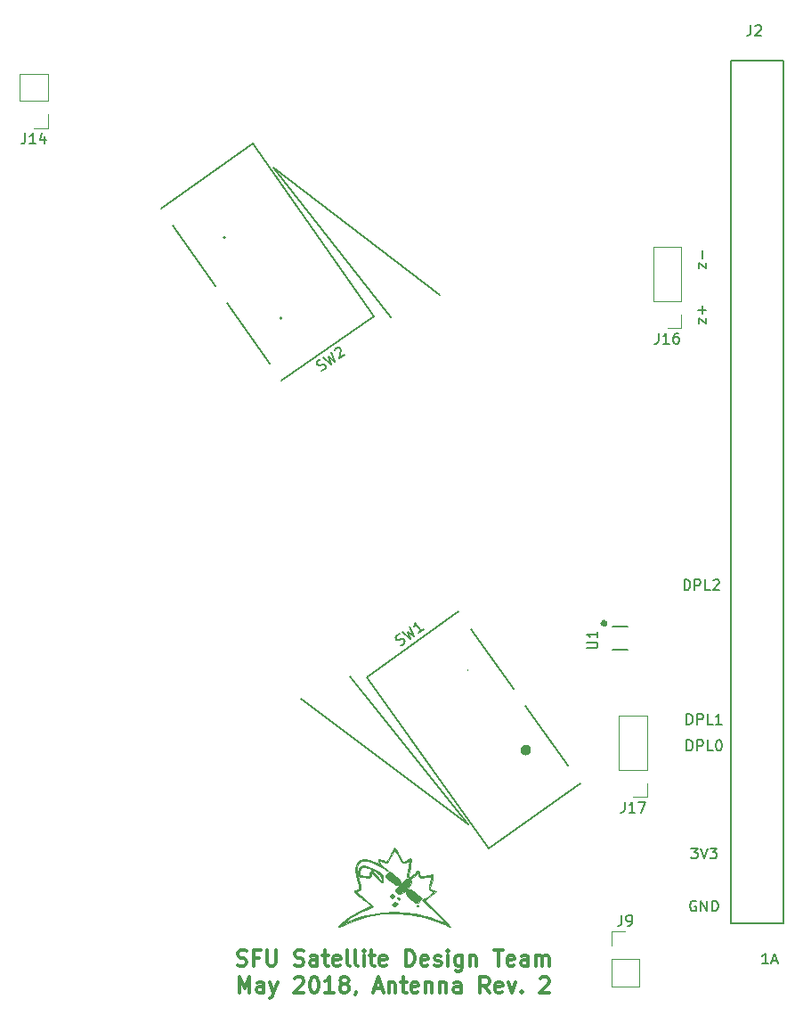
<source format=gbr>
G04 #@! TF.FileFunction,Legend,Top*
%FSLAX46Y46*%
G04 Gerber Fmt 4.6, Leading zero omitted, Abs format (unit mm)*
G04 Created by KiCad (PCBNEW 4.0.7-e2-6376~58~ubuntu16.04.1) date Sun Jun  3 17:29:45 2018*
%MOMM*%
%LPD*%
G01*
G04 APERTURE LIST*
%ADD10C,0.100000*%
%ADD11C,0.150000*%
%ADD12C,0.300000*%
%ADD13C,0.200000*%
%ADD14C,1.000000*%
%ADD15C,0.120000*%
%ADD16C,0.500000*%
%ADD17C,0.010000*%
G04 APERTURE END LIST*
D10*
D11*
X156035714Y-69630952D02*
X156035714Y-69107142D01*
X156702381Y-69630952D01*
X156702381Y-69107142D01*
X156321429Y-68726190D02*
X156321429Y-67964285D01*
X156035714Y-74880952D02*
X156035714Y-74357142D01*
X156702381Y-74880952D01*
X156702381Y-74357142D01*
X156321429Y-73976190D02*
X156321429Y-73214285D01*
X156702381Y-73595237D02*
X155940476Y-73595237D01*
X154607143Y-100202381D02*
X154607143Y-99202381D01*
X154845238Y-99202381D01*
X154988096Y-99250000D01*
X155083334Y-99345238D01*
X155130953Y-99440476D01*
X155178572Y-99630952D01*
X155178572Y-99773810D01*
X155130953Y-99964286D01*
X155083334Y-100059524D01*
X154988096Y-100154762D01*
X154845238Y-100202381D01*
X154607143Y-100202381D01*
X155607143Y-100202381D02*
X155607143Y-99202381D01*
X155988096Y-99202381D01*
X156083334Y-99250000D01*
X156130953Y-99297619D01*
X156178572Y-99392857D01*
X156178572Y-99535714D01*
X156130953Y-99630952D01*
X156083334Y-99678571D01*
X155988096Y-99726190D01*
X155607143Y-99726190D01*
X157083334Y-100202381D02*
X156607143Y-100202381D01*
X156607143Y-99202381D01*
X157369048Y-99297619D02*
X157416667Y-99250000D01*
X157511905Y-99202381D01*
X157750001Y-99202381D01*
X157845239Y-99250000D01*
X157892858Y-99297619D01*
X157940477Y-99392857D01*
X157940477Y-99488095D01*
X157892858Y-99630952D01*
X157321429Y-100202381D01*
X157940477Y-100202381D01*
X155738096Y-129750000D02*
X155642858Y-129702381D01*
X155500001Y-129702381D01*
X155357143Y-129750000D01*
X155261905Y-129845238D01*
X155214286Y-129940476D01*
X155166667Y-130130952D01*
X155166667Y-130273810D01*
X155214286Y-130464286D01*
X155261905Y-130559524D01*
X155357143Y-130654762D01*
X155500001Y-130702381D01*
X155595239Y-130702381D01*
X155738096Y-130654762D01*
X155785715Y-130607143D01*
X155785715Y-130273810D01*
X155595239Y-130273810D01*
X156214286Y-130702381D02*
X156214286Y-129702381D01*
X156785715Y-130702381D01*
X156785715Y-129702381D01*
X157261905Y-130702381D02*
X157261905Y-129702381D01*
X157500000Y-129702381D01*
X157642858Y-129750000D01*
X157738096Y-129845238D01*
X157785715Y-129940476D01*
X157833334Y-130130952D01*
X157833334Y-130273810D01*
X157785715Y-130464286D01*
X157738096Y-130559524D01*
X157642858Y-130654762D01*
X157500000Y-130702381D01*
X157261905Y-130702381D01*
X155261905Y-124702381D02*
X155880953Y-124702381D01*
X155547619Y-125083333D01*
X155690477Y-125083333D01*
X155785715Y-125130952D01*
X155833334Y-125178571D01*
X155880953Y-125273810D01*
X155880953Y-125511905D01*
X155833334Y-125607143D01*
X155785715Y-125654762D01*
X155690477Y-125702381D01*
X155404762Y-125702381D01*
X155309524Y-125654762D01*
X155261905Y-125607143D01*
X156166667Y-124702381D02*
X156500000Y-125702381D01*
X156833334Y-124702381D01*
X157071429Y-124702381D02*
X157690477Y-124702381D01*
X157357143Y-125083333D01*
X157500001Y-125083333D01*
X157595239Y-125130952D01*
X157642858Y-125178571D01*
X157690477Y-125273810D01*
X157690477Y-125511905D01*
X157642858Y-125607143D01*
X157595239Y-125654762D01*
X157500001Y-125702381D01*
X157214286Y-125702381D01*
X157119048Y-125654762D01*
X157071429Y-125607143D01*
X154857143Y-115452381D02*
X154857143Y-114452381D01*
X155095238Y-114452381D01*
X155238096Y-114500000D01*
X155333334Y-114595238D01*
X155380953Y-114690476D01*
X155428572Y-114880952D01*
X155428572Y-115023810D01*
X155380953Y-115214286D01*
X155333334Y-115309524D01*
X155238096Y-115404762D01*
X155095238Y-115452381D01*
X154857143Y-115452381D01*
X155857143Y-115452381D02*
X155857143Y-114452381D01*
X156238096Y-114452381D01*
X156333334Y-114500000D01*
X156380953Y-114547619D01*
X156428572Y-114642857D01*
X156428572Y-114785714D01*
X156380953Y-114880952D01*
X156333334Y-114928571D01*
X156238096Y-114976190D01*
X155857143Y-114976190D01*
X157333334Y-115452381D02*
X156857143Y-115452381D01*
X156857143Y-114452381D01*
X157857143Y-114452381D02*
X157952382Y-114452381D01*
X158047620Y-114500000D01*
X158095239Y-114547619D01*
X158142858Y-114642857D01*
X158190477Y-114833333D01*
X158190477Y-115071429D01*
X158142858Y-115261905D01*
X158095239Y-115357143D01*
X158047620Y-115404762D01*
X157952382Y-115452381D01*
X157857143Y-115452381D01*
X157761905Y-115404762D01*
X157714286Y-115357143D01*
X157666667Y-115261905D01*
X157619048Y-115071429D01*
X157619048Y-114833333D01*
X157666667Y-114642857D01*
X157714286Y-114547619D01*
X157761905Y-114500000D01*
X157857143Y-114452381D01*
X154857143Y-112952381D02*
X154857143Y-111952381D01*
X155095238Y-111952381D01*
X155238096Y-112000000D01*
X155333334Y-112095238D01*
X155380953Y-112190476D01*
X155428572Y-112380952D01*
X155428572Y-112523810D01*
X155380953Y-112714286D01*
X155333334Y-112809524D01*
X155238096Y-112904762D01*
X155095238Y-112952381D01*
X154857143Y-112952381D01*
X155857143Y-112952381D02*
X155857143Y-111952381D01*
X156238096Y-111952381D01*
X156333334Y-112000000D01*
X156380953Y-112047619D01*
X156428572Y-112142857D01*
X156428572Y-112285714D01*
X156380953Y-112380952D01*
X156333334Y-112428571D01*
X156238096Y-112476190D01*
X155857143Y-112476190D01*
X157333334Y-112952381D02*
X156857143Y-112952381D01*
X156857143Y-111952381D01*
X158190477Y-112952381D02*
X157619048Y-112952381D01*
X157904762Y-112952381D02*
X157904762Y-111952381D01*
X157809524Y-112095238D01*
X157714286Y-112190476D01*
X157619048Y-112238095D01*
D12*
X112142858Y-135832143D02*
X112357144Y-135903571D01*
X112714287Y-135903571D01*
X112857144Y-135832143D01*
X112928573Y-135760714D01*
X113000001Y-135617857D01*
X113000001Y-135475000D01*
X112928573Y-135332143D01*
X112857144Y-135260714D01*
X112714287Y-135189286D01*
X112428573Y-135117857D01*
X112285715Y-135046429D01*
X112214287Y-134975000D01*
X112142858Y-134832143D01*
X112142858Y-134689286D01*
X112214287Y-134546429D01*
X112285715Y-134475000D01*
X112428573Y-134403571D01*
X112785715Y-134403571D01*
X113000001Y-134475000D01*
X114142858Y-135117857D02*
X113642858Y-135117857D01*
X113642858Y-135903571D02*
X113642858Y-134403571D01*
X114357144Y-134403571D01*
X114928572Y-134403571D02*
X114928572Y-135617857D01*
X115000000Y-135760714D01*
X115071429Y-135832143D01*
X115214286Y-135903571D01*
X115500000Y-135903571D01*
X115642858Y-135832143D01*
X115714286Y-135760714D01*
X115785715Y-135617857D01*
X115785715Y-134403571D01*
X117571429Y-135832143D02*
X117785715Y-135903571D01*
X118142858Y-135903571D01*
X118285715Y-135832143D01*
X118357144Y-135760714D01*
X118428572Y-135617857D01*
X118428572Y-135475000D01*
X118357144Y-135332143D01*
X118285715Y-135260714D01*
X118142858Y-135189286D01*
X117857144Y-135117857D01*
X117714286Y-135046429D01*
X117642858Y-134975000D01*
X117571429Y-134832143D01*
X117571429Y-134689286D01*
X117642858Y-134546429D01*
X117714286Y-134475000D01*
X117857144Y-134403571D01*
X118214286Y-134403571D01*
X118428572Y-134475000D01*
X119714286Y-135903571D02*
X119714286Y-135117857D01*
X119642857Y-134975000D01*
X119500000Y-134903571D01*
X119214286Y-134903571D01*
X119071429Y-134975000D01*
X119714286Y-135832143D02*
X119571429Y-135903571D01*
X119214286Y-135903571D01*
X119071429Y-135832143D01*
X119000000Y-135689286D01*
X119000000Y-135546429D01*
X119071429Y-135403571D01*
X119214286Y-135332143D01*
X119571429Y-135332143D01*
X119714286Y-135260714D01*
X120214286Y-134903571D02*
X120785715Y-134903571D01*
X120428572Y-134403571D02*
X120428572Y-135689286D01*
X120500000Y-135832143D01*
X120642858Y-135903571D01*
X120785715Y-135903571D01*
X121857143Y-135832143D02*
X121714286Y-135903571D01*
X121428572Y-135903571D01*
X121285715Y-135832143D01*
X121214286Y-135689286D01*
X121214286Y-135117857D01*
X121285715Y-134975000D01*
X121428572Y-134903571D01*
X121714286Y-134903571D01*
X121857143Y-134975000D01*
X121928572Y-135117857D01*
X121928572Y-135260714D01*
X121214286Y-135403571D01*
X122785715Y-135903571D02*
X122642857Y-135832143D01*
X122571429Y-135689286D01*
X122571429Y-134403571D01*
X123571429Y-135903571D02*
X123428571Y-135832143D01*
X123357143Y-135689286D01*
X123357143Y-134403571D01*
X124142857Y-135903571D02*
X124142857Y-134903571D01*
X124142857Y-134403571D02*
X124071428Y-134475000D01*
X124142857Y-134546429D01*
X124214285Y-134475000D01*
X124142857Y-134403571D01*
X124142857Y-134546429D01*
X124642857Y-134903571D02*
X125214286Y-134903571D01*
X124857143Y-134403571D02*
X124857143Y-135689286D01*
X124928571Y-135832143D01*
X125071429Y-135903571D01*
X125214286Y-135903571D01*
X126285714Y-135832143D02*
X126142857Y-135903571D01*
X125857143Y-135903571D01*
X125714286Y-135832143D01*
X125642857Y-135689286D01*
X125642857Y-135117857D01*
X125714286Y-134975000D01*
X125857143Y-134903571D01*
X126142857Y-134903571D01*
X126285714Y-134975000D01*
X126357143Y-135117857D01*
X126357143Y-135260714D01*
X125642857Y-135403571D01*
X128142857Y-135903571D02*
X128142857Y-134403571D01*
X128500000Y-134403571D01*
X128714285Y-134475000D01*
X128857143Y-134617857D01*
X128928571Y-134760714D01*
X129000000Y-135046429D01*
X129000000Y-135260714D01*
X128928571Y-135546429D01*
X128857143Y-135689286D01*
X128714285Y-135832143D01*
X128500000Y-135903571D01*
X128142857Y-135903571D01*
X130214285Y-135832143D02*
X130071428Y-135903571D01*
X129785714Y-135903571D01*
X129642857Y-135832143D01*
X129571428Y-135689286D01*
X129571428Y-135117857D01*
X129642857Y-134975000D01*
X129785714Y-134903571D01*
X130071428Y-134903571D01*
X130214285Y-134975000D01*
X130285714Y-135117857D01*
X130285714Y-135260714D01*
X129571428Y-135403571D01*
X130857142Y-135832143D02*
X130999999Y-135903571D01*
X131285714Y-135903571D01*
X131428571Y-135832143D01*
X131499999Y-135689286D01*
X131499999Y-135617857D01*
X131428571Y-135475000D01*
X131285714Y-135403571D01*
X131071428Y-135403571D01*
X130928571Y-135332143D01*
X130857142Y-135189286D01*
X130857142Y-135117857D01*
X130928571Y-134975000D01*
X131071428Y-134903571D01*
X131285714Y-134903571D01*
X131428571Y-134975000D01*
X132142857Y-135903571D02*
X132142857Y-134903571D01*
X132142857Y-134403571D02*
X132071428Y-134475000D01*
X132142857Y-134546429D01*
X132214285Y-134475000D01*
X132142857Y-134403571D01*
X132142857Y-134546429D01*
X133500000Y-134903571D02*
X133500000Y-136117857D01*
X133428571Y-136260714D01*
X133357143Y-136332143D01*
X133214286Y-136403571D01*
X133000000Y-136403571D01*
X132857143Y-136332143D01*
X133500000Y-135832143D02*
X133357143Y-135903571D01*
X133071429Y-135903571D01*
X132928571Y-135832143D01*
X132857143Y-135760714D01*
X132785714Y-135617857D01*
X132785714Y-135189286D01*
X132857143Y-135046429D01*
X132928571Y-134975000D01*
X133071429Y-134903571D01*
X133357143Y-134903571D01*
X133500000Y-134975000D01*
X134214286Y-134903571D02*
X134214286Y-135903571D01*
X134214286Y-135046429D02*
X134285714Y-134975000D01*
X134428572Y-134903571D01*
X134642857Y-134903571D01*
X134785714Y-134975000D01*
X134857143Y-135117857D01*
X134857143Y-135903571D01*
X136500000Y-134403571D02*
X137357143Y-134403571D01*
X136928572Y-135903571D02*
X136928572Y-134403571D01*
X138428571Y-135832143D02*
X138285714Y-135903571D01*
X138000000Y-135903571D01*
X137857143Y-135832143D01*
X137785714Y-135689286D01*
X137785714Y-135117857D01*
X137857143Y-134975000D01*
X138000000Y-134903571D01*
X138285714Y-134903571D01*
X138428571Y-134975000D01*
X138500000Y-135117857D01*
X138500000Y-135260714D01*
X137785714Y-135403571D01*
X139785714Y-135903571D02*
X139785714Y-135117857D01*
X139714285Y-134975000D01*
X139571428Y-134903571D01*
X139285714Y-134903571D01*
X139142857Y-134975000D01*
X139785714Y-135832143D02*
X139642857Y-135903571D01*
X139285714Y-135903571D01*
X139142857Y-135832143D01*
X139071428Y-135689286D01*
X139071428Y-135546429D01*
X139142857Y-135403571D01*
X139285714Y-135332143D01*
X139642857Y-135332143D01*
X139785714Y-135260714D01*
X140500000Y-135903571D02*
X140500000Y-134903571D01*
X140500000Y-135046429D02*
X140571428Y-134975000D01*
X140714286Y-134903571D01*
X140928571Y-134903571D01*
X141071428Y-134975000D01*
X141142857Y-135117857D01*
X141142857Y-135903571D01*
X141142857Y-135117857D02*
X141214286Y-134975000D01*
X141357143Y-134903571D01*
X141571428Y-134903571D01*
X141714286Y-134975000D01*
X141785714Y-135117857D01*
X141785714Y-135903571D01*
X112285716Y-138453571D02*
X112285716Y-136953571D01*
X112785716Y-138025000D01*
X113285716Y-136953571D01*
X113285716Y-138453571D01*
X114642859Y-138453571D02*
X114642859Y-137667857D01*
X114571430Y-137525000D01*
X114428573Y-137453571D01*
X114142859Y-137453571D01*
X114000002Y-137525000D01*
X114642859Y-138382143D02*
X114500002Y-138453571D01*
X114142859Y-138453571D01*
X114000002Y-138382143D01*
X113928573Y-138239286D01*
X113928573Y-138096429D01*
X114000002Y-137953571D01*
X114142859Y-137882143D01*
X114500002Y-137882143D01*
X114642859Y-137810714D01*
X115214288Y-137453571D02*
X115571431Y-138453571D01*
X115928573Y-137453571D02*
X115571431Y-138453571D01*
X115428573Y-138810714D01*
X115357145Y-138882143D01*
X115214288Y-138953571D01*
X117571430Y-137096429D02*
X117642859Y-137025000D01*
X117785716Y-136953571D01*
X118142859Y-136953571D01*
X118285716Y-137025000D01*
X118357145Y-137096429D01*
X118428573Y-137239286D01*
X118428573Y-137382143D01*
X118357145Y-137596429D01*
X117500002Y-138453571D01*
X118428573Y-138453571D01*
X119357144Y-136953571D02*
X119500001Y-136953571D01*
X119642858Y-137025000D01*
X119714287Y-137096429D01*
X119785716Y-137239286D01*
X119857144Y-137525000D01*
X119857144Y-137882143D01*
X119785716Y-138167857D01*
X119714287Y-138310714D01*
X119642858Y-138382143D01*
X119500001Y-138453571D01*
X119357144Y-138453571D01*
X119214287Y-138382143D01*
X119142858Y-138310714D01*
X119071430Y-138167857D01*
X119000001Y-137882143D01*
X119000001Y-137525000D01*
X119071430Y-137239286D01*
X119142858Y-137096429D01*
X119214287Y-137025000D01*
X119357144Y-136953571D01*
X121285715Y-138453571D02*
X120428572Y-138453571D01*
X120857144Y-138453571D02*
X120857144Y-136953571D01*
X120714287Y-137167857D01*
X120571429Y-137310714D01*
X120428572Y-137382143D01*
X122142858Y-137596429D02*
X122000000Y-137525000D01*
X121928572Y-137453571D01*
X121857143Y-137310714D01*
X121857143Y-137239286D01*
X121928572Y-137096429D01*
X122000000Y-137025000D01*
X122142858Y-136953571D01*
X122428572Y-136953571D01*
X122571429Y-137025000D01*
X122642858Y-137096429D01*
X122714286Y-137239286D01*
X122714286Y-137310714D01*
X122642858Y-137453571D01*
X122571429Y-137525000D01*
X122428572Y-137596429D01*
X122142858Y-137596429D01*
X122000000Y-137667857D01*
X121928572Y-137739286D01*
X121857143Y-137882143D01*
X121857143Y-138167857D01*
X121928572Y-138310714D01*
X122000000Y-138382143D01*
X122142858Y-138453571D01*
X122428572Y-138453571D01*
X122571429Y-138382143D01*
X122642858Y-138310714D01*
X122714286Y-138167857D01*
X122714286Y-137882143D01*
X122642858Y-137739286D01*
X122571429Y-137667857D01*
X122428572Y-137596429D01*
X123428571Y-138382143D02*
X123428571Y-138453571D01*
X123357143Y-138596429D01*
X123285714Y-138667857D01*
X125142857Y-138025000D02*
X125857143Y-138025000D01*
X125000000Y-138453571D02*
X125500000Y-136953571D01*
X126000000Y-138453571D01*
X126500000Y-137453571D02*
X126500000Y-138453571D01*
X126500000Y-137596429D02*
X126571428Y-137525000D01*
X126714286Y-137453571D01*
X126928571Y-137453571D01*
X127071428Y-137525000D01*
X127142857Y-137667857D01*
X127142857Y-138453571D01*
X127642857Y-137453571D02*
X128214286Y-137453571D01*
X127857143Y-136953571D02*
X127857143Y-138239286D01*
X127928571Y-138382143D01*
X128071429Y-138453571D01*
X128214286Y-138453571D01*
X129285714Y-138382143D02*
X129142857Y-138453571D01*
X128857143Y-138453571D01*
X128714286Y-138382143D01*
X128642857Y-138239286D01*
X128642857Y-137667857D01*
X128714286Y-137525000D01*
X128857143Y-137453571D01*
X129142857Y-137453571D01*
X129285714Y-137525000D01*
X129357143Y-137667857D01*
X129357143Y-137810714D01*
X128642857Y-137953571D01*
X130000000Y-137453571D02*
X130000000Y-138453571D01*
X130000000Y-137596429D02*
X130071428Y-137525000D01*
X130214286Y-137453571D01*
X130428571Y-137453571D01*
X130571428Y-137525000D01*
X130642857Y-137667857D01*
X130642857Y-138453571D01*
X131357143Y-137453571D02*
X131357143Y-138453571D01*
X131357143Y-137596429D02*
X131428571Y-137525000D01*
X131571429Y-137453571D01*
X131785714Y-137453571D01*
X131928571Y-137525000D01*
X132000000Y-137667857D01*
X132000000Y-138453571D01*
X133357143Y-138453571D02*
X133357143Y-137667857D01*
X133285714Y-137525000D01*
X133142857Y-137453571D01*
X132857143Y-137453571D01*
X132714286Y-137525000D01*
X133357143Y-138382143D02*
X133214286Y-138453571D01*
X132857143Y-138453571D01*
X132714286Y-138382143D01*
X132642857Y-138239286D01*
X132642857Y-138096429D01*
X132714286Y-137953571D01*
X132857143Y-137882143D01*
X133214286Y-137882143D01*
X133357143Y-137810714D01*
X136071429Y-138453571D02*
X135571429Y-137739286D01*
X135214286Y-138453571D02*
X135214286Y-136953571D01*
X135785714Y-136953571D01*
X135928572Y-137025000D01*
X136000000Y-137096429D01*
X136071429Y-137239286D01*
X136071429Y-137453571D01*
X136000000Y-137596429D01*
X135928572Y-137667857D01*
X135785714Y-137739286D01*
X135214286Y-137739286D01*
X137285714Y-138382143D02*
X137142857Y-138453571D01*
X136857143Y-138453571D01*
X136714286Y-138382143D01*
X136642857Y-138239286D01*
X136642857Y-137667857D01*
X136714286Y-137525000D01*
X136857143Y-137453571D01*
X137142857Y-137453571D01*
X137285714Y-137525000D01*
X137357143Y-137667857D01*
X137357143Y-137810714D01*
X136642857Y-137953571D01*
X137857143Y-137453571D02*
X138214286Y-138453571D01*
X138571428Y-137453571D01*
X139142857Y-138310714D02*
X139214285Y-138382143D01*
X139142857Y-138453571D01*
X139071428Y-138382143D01*
X139142857Y-138310714D01*
X139142857Y-138453571D01*
X140928571Y-137096429D02*
X141000000Y-137025000D01*
X141142857Y-136953571D01*
X141500000Y-136953571D01*
X141642857Y-137025000D01*
X141714286Y-137096429D01*
X141785714Y-137239286D01*
X141785714Y-137382143D01*
X141714286Y-137596429D01*
X140857143Y-138453571D01*
X141785714Y-138453571D01*
D11*
X162607143Y-135702381D02*
X162035714Y-135702381D01*
X162321428Y-135702381D02*
X162321428Y-134702381D01*
X162226190Y-134845238D01*
X162130952Y-134940476D01*
X162035714Y-134988095D01*
X162988095Y-135416667D02*
X163464286Y-135416667D01*
X162892857Y-135702381D02*
X163226190Y-134702381D01*
X163559524Y-135702381D01*
D13*
X116330000Y-74380000D02*
G75*
G03X116330000Y-74380000I-80000J0D01*
G01*
X110950000Y-66700000D02*
G75*
G03X110950000Y-66700000I-90000J0D01*
G01*
X134050000Y-107790000D02*
G75*
G03X134050000Y-107790000I-40000J0D01*
G01*
D14*
X139540000Y-115400000D02*
G75*
G03X139540000Y-115400000I-10000J0D01*
G01*
D11*
X159030000Y-131840000D02*
X164030000Y-131840000D01*
X159030000Y-49900000D02*
X159030000Y-131840000D01*
X164030000Y-49900000D02*
X164030000Y-131840000D01*
X159030000Y-49900000D02*
X164030000Y-49900000D01*
D15*
X154330000Y-72730000D02*
X154330000Y-67590000D01*
X154330000Y-67590000D02*
X151670000Y-67590000D01*
X151670000Y-67590000D02*
X151670000Y-72730000D01*
X151670000Y-72730000D02*
X154330000Y-72730000D01*
X154330000Y-74000000D02*
X154330000Y-75330000D01*
X154330000Y-75330000D02*
X153000000Y-75330000D01*
X151080000Y-117270000D02*
X151080000Y-112130000D01*
X151080000Y-112130000D02*
X148420000Y-112130000D01*
X148420000Y-112130000D02*
X148420000Y-117270000D01*
X148420000Y-117270000D02*
X151080000Y-117270000D01*
X151080000Y-118540000D02*
X151080000Y-119870000D01*
X151080000Y-119870000D02*
X149750000Y-119870000D01*
D16*
X147065803Y-103353000D02*
G75*
G03X147065803Y-103353000I-89803J0D01*
G01*
D11*
X149200000Y-103650000D02*
X147800000Y-103650000D01*
X149200000Y-105850000D02*
X147800000Y-105850000D01*
X115563693Y-60068296D02*
X131376558Y-72190727D01*
X115563693Y-60068296D02*
X126707221Y-74239457D01*
X113597219Y-57782913D02*
X125068747Y-74165954D01*
X116303820Y-80303222D02*
X125068747Y-74165954D01*
X111141632Y-72930854D02*
X115156668Y-78664918D01*
X105979445Y-65558485D02*
X109994480Y-71292550D01*
X104832292Y-63920181D02*
X113597219Y-57782913D01*
X134043657Y-122477383D02*
X118125608Y-110493406D01*
X134043657Y-122477383D02*
X122776889Y-108404007D01*
X136030001Y-124745519D02*
X124415942Y-108463208D01*
X133126978Y-102249687D02*
X124415942Y-108463208D01*
X138353305Y-109576726D02*
X134288384Y-103877918D01*
X143579631Y-116903766D02*
X139514710Y-111204957D01*
X144741037Y-118531997D02*
X136030001Y-124745519D01*
D15*
X147670000Y-135230000D02*
X147670000Y-137830000D01*
X147670000Y-137830000D02*
X150330000Y-137830000D01*
X150330000Y-137830000D02*
X150330000Y-135230000D01*
X150330000Y-135230000D02*
X147670000Y-135230000D01*
X147670000Y-133960000D02*
X147670000Y-132630000D01*
X147670000Y-132630000D02*
X149000000Y-132630000D01*
X94080000Y-53730000D02*
X94080000Y-51130000D01*
X94080000Y-51130000D02*
X91420000Y-51130000D01*
X91420000Y-51130000D02*
X91420000Y-53730000D01*
X91420000Y-53730000D02*
X94080000Y-53730000D01*
X94080000Y-55000000D02*
X94080000Y-56330000D01*
X94080000Y-56330000D02*
X92750000Y-56330000D01*
D17*
G36*
X127143536Y-124759689D02*
X127261410Y-124945070D01*
X127411358Y-125210617D01*
X127460995Y-125303833D01*
X127617392Y-125596523D01*
X127747378Y-125830473D01*
X127828464Y-125965485D01*
X127839380Y-125980127D01*
X127941113Y-125982612D01*
X128129424Y-125914229D01*
X128209387Y-125874293D01*
X128421217Y-125769287D01*
X128570648Y-125710520D01*
X128595715Y-125706000D01*
X128624059Y-125780781D01*
X128617548Y-125972818D01*
X128596022Y-126129333D01*
X128534795Y-126489116D01*
X128470079Y-126869255D01*
X128452975Y-126969692D01*
X128418074Y-127222330D01*
X128430088Y-127355608D01*
X128496788Y-127414915D01*
X128531048Y-127425708D01*
X128696091Y-127391060D01*
X128898717Y-127236252D01*
X128914246Y-127220349D01*
X129041817Y-127068826D01*
X129081303Y-126981559D01*
X129069007Y-126973425D01*
X129065584Y-126937892D01*
X129147916Y-126878909D01*
X129311432Y-126848791D01*
X129417333Y-126969044D01*
X129454037Y-127211749D01*
X129466237Y-127322450D01*
X129528818Y-127371935D01*
X129683678Y-127372997D01*
X129899834Y-127347882D01*
X130196877Y-127300462D01*
X130453168Y-127244186D01*
X130544271Y-127216473D01*
X130677858Y-127179915D01*
X130720957Y-127234949D01*
X130702782Y-127418909D01*
X130702768Y-127419007D01*
X130654693Y-127665838D01*
X130579452Y-127979889D01*
X130537365Y-128136443D01*
X130413404Y-128577220D01*
X130705398Y-128693683D01*
X130997392Y-128810145D01*
X130501529Y-129223889D01*
X130259511Y-129425246D01*
X130071096Y-129580918D01*
X129971249Y-129662043D01*
X129965349Y-129666523D01*
X130010991Y-129731204D01*
X130161545Y-129895423D01*
X130399765Y-130141456D01*
X130708404Y-130451579D01*
X131070213Y-130808067D01*
X131184543Y-130919457D01*
X131558695Y-131287147D01*
X131884316Y-131614979D01*
X132144201Y-131884975D01*
X132321144Y-132079153D01*
X132397940Y-132179535D01*
X132398989Y-132188566D01*
X132303809Y-132180697D01*
X132123586Y-132105013D01*
X132068796Y-132075986D01*
X131854188Y-131969962D01*
X131540913Y-131830247D01*
X131188627Y-131683222D01*
X131106334Y-131650345D01*
X129824190Y-131232605D01*
X128510311Y-130977200D01*
X127179486Y-130883650D01*
X125846505Y-130951474D01*
X124526157Y-131180191D01*
X123233232Y-131569321D01*
X122356953Y-131934779D01*
X122061458Y-132069528D01*
X121826845Y-132170137D01*
X121693394Y-132219533D01*
X121679620Y-132221861D01*
X121706488Y-132168948D01*
X121832125Y-132034502D01*
X122004667Y-131870510D01*
X122209403Y-131703791D01*
X122394037Y-131703791D01*
X122436773Y-131718656D01*
X122600250Y-131675222D01*
X122849981Y-131582850D01*
X122870723Y-131574416D01*
X123260742Y-131426173D01*
X123695219Y-131277457D01*
X123952000Y-131198160D01*
X124910226Y-130978799D01*
X125959892Y-130839034D01*
X127041500Y-130782181D01*
X128095555Y-130811553D01*
X128989667Y-130917554D01*
X129391485Y-131003378D01*
X129896677Y-131135745D01*
X130451381Y-131298341D01*
X131001736Y-131474848D01*
X131493883Y-131648951D01*
X131780134Y-131762881D01*
X131775652Y-131730353D01*
X131664193Y-131597563D01*
X131461332Y-131381106D01*
X131182644Y-131097575D01*
X130843704Y-130763563D01*
X130826316Y-130746671D01*
X129706698Y-129659692D01*
X129940849Y-129512183D01*
X130156587Y-129360823D01*
X130405384Y-129165609D01*
X130471334Y-129110103D01*
X130767667Y-128855531D01*
X130534834Y-128748842D01*
X130401417Y-128683249D01*
X130331071Y-128612343D01*
X130318924Y-128495948D01*
X130360109Y-128293886D01*
X130442931Y-127990542D01*
X130508370Y-127717049D01*
X130537792Y-127511982D01*
X130528119Y-127427897D01*
X130421388Y-127414466D01*
X130204428Y-127438241D01*
X130007465Y-127476196D01*
X129680276Y-127534404D01*
X129483576Y-127524636D01*
X129389897Y-127439924D01*
X129370667Y-127314666D01*
X129335780Y-127148697D01*
X129228626Y-127130569D01*
X129045466Y-127260600D01*
X128953808Y-127350320D01*
X128772132Y-127521298D01*
X128638452Y-127584295D01*
X128493395Y-127562270D01*
X128447859Y-127545968D01*
X128216266Y-127458551D01*
X128326970Y-126857442D01*
X128388849Y-126528798D01*
X128444934Y-126243544D01*
X128483147Y-126063101D01*
X128483318Y-126062376D01*
X128504766Y-125935983D01*
X128457726Y-125914034D01*
X128303983Y-125984785D01*
X128276685Y-125998876D01*
X128055531Y-126095337D01*
X127888675Y-126104513D01*
X127743371Y-126008238D01*
X127586871Y-125788345D01*
X127446079Y-125538104D01*
X127290036Y-125261188D01*
X127160353Y-125053327D01*
X127079876Y-124950517D01*
X127069896Y-124945437D01*
X127007123Y-125014745D01*
X126893880Y-125199105D01*
X126752975Y-125460913D01*
X126731229Y-125503811D01*
X126579339Y-125782667D01*
X126440803Y-125997115D01*
X126343200Y-126104945D01*
X126336138Y-126108489D01*
X126190231Y-126103911D01*
X125976549Y-126034995D01*
X125933971Y-126015714D01*
X125746017Y-125932324D01*
X125664739Y-125928928D01*
X125645620Y-126009271D01*
X125645334Y-126039989D01*
X125690444Y-126212354D01*
X125841631Y-126387573D01*
X126122680Y-126591417D01*
X126197875Y-126638698D01*
X126374569Y-126761781D01*
X126460159Y-126849575D01*
X126460070Y-126866819D01*
X126374362Y-126845436D01*
X126195728Y-126747569D01*
X126029605Y-126639584D01*
X125525534Y-126334226D01*
X125007360Y-126092940D01*
X124529970Y-125939798D01*
X124362913Y-125908639D01*
X124098484Y-125890132D01*
X123914309Y-125939206D01*
X123745073Y-126061447D01*
X123583083Y-126244126D01*
X123496610Y-126477599D01*
X123465745Y-126694814D01*
X123457422Y-126984537D01*
X123494928Y-127155625D01*
X123517982Y-127181063D01*
X123577643Y-127179233D01*
X123564765Y-127117281D01*
X123565258Y-126964979D01*
X123570677Y-126944921D01*
X123750841Y-126944921D01*
X123756144Y-127159708D01*
X123819807Y-127264046D01*
X123985542Y-127316185D01*
X124036667Y-127325820D01*
X124367341Y-127369577D01*
X124569166Y-127347281D01*
X124672453Y-127250698D01*
X124700946Y-127145333D01*
X124755671Y-126940773D01*
X124810620Y-126837807D01*
X124993304Y-126837807D01*
X125024564Y-126916747D01*
X125146367Y-127087845D01*
X125334822Y-127318443D01*
X125398696Y-127391971D01*
X125609594Y-127625829D01*
X125773698Y-127797019D01*
X125863233Y-127876924D01*
X125871329Y-127878893D01*
X125866405Y-127790758D01*
X125824526Y-127602602D01*
X125811304Y-127553283D01*
X125664522Y-127267421D01*
X125382496Y-127022535D01*
X125174933Y-126898640D01*
X125029521Y-126836740D01*
X124993304Y-126837807D01*
X124810620Y-126837807D01*
X124813777Y-126831893D01*
X124822621Y-126742836D01*
X124688647Y-126646570D01*
X124583658Y-126599060D01*
X124221415Y-126484790D01*
X123968317Y-126495428D01*
X123815120Y-126634813D01*
X123752581Y-126906783D01*
X123750841Y-126944921D01*
X123570677Y-126944921D01*
X123625495Y-126742051D01*
X123646081Y-126689550D01*
X123745804Y-126491648D01*
X123866785Y-126404463D01*
X124077786Y-126383513D01*
X124119428Y-126383333D01*
X124435303Y-126436090D01*
X124836989Y-126582486D01*
X125282814Y-126804710D01*
X125682010Y-127051191D01*
X125849573Y-127200307D01*
X125933513Y-127394327D01*
X125962710Y-127605933D01*
X125966730Y-127852439D01*
X125918941Y-127968778D01*
X125807763Y-127953083D01*
X125621615Y-127803488D01*
X125348915Y-127518128D01*
X125337217Y-127505166D01*
X125113902Y-127260633D01*
X124974778Y-127137210D01*
X124888674Y-127132051D01*
X124824420Y-127242310D01*
X124755030Y-127451989D01*
X124683669Y-127541743D01*
X124523632Y-127546382D01*
X124437530Y-127530103D01*
X124152729Y-127474715D01*
X123855375Y-127425201D01*
X123547084Y-127379507D01*
X123717206Y-127999921D01*
X123794598Y-128322907D01*
X123825902Y-128548864D01*
X123806950Y-128646917D01*
X123804671Y-128647887D01*
X123673016Y-128717158D01*
X123573870Y-128783765D01*
X123523904Y-128838584D01*
X123531425Y-128909383D01*
X123613497Y-129015859D01*
X123787182Y-129177711D01*
X124069542Y-129414637D01*
X124242807Y-129556035D01*
X124547528Y-129811946D01*
X124789628Y-130031335D01*
X124946334Y-130192339D01*
X124994876Y-130273097D01*
X124992777Y-130276026D01*
X124886057Y-130331274D01*
X124664489Y-130426644D01*
X124372000Y-130543401D01*
X124310335Y-130567106D01*
X124007944Y-130699174D01*
X123653504Y-130879086D01*
X123283718Y-131085071D01*
X122935289Y-131295359D01*
X122644917Y-131488180D01*
X122449306Y-131641763D01*
X122394037Y-131703791D01*
X122209403Y-131703791D01*
X122494400Y-131471716D01*
X123068973Y-131079916D01*
X123663331Y-130736101D01*
X124204501Y-130484360D01*
X124488091Y-130366784D01*
X124697015Y-130268117D01*
X124792783Y-130206818D01*
X124795031Y-130201124D01*
X124730827Y-130132506D01*
X124558634Y-129982557D01*
X124304596Y-129773303D01*
X123994857Y-129526768D01*
X123990697Y-129523508D01*
X123614073Y-129222594D01*
X123364547Y-129007355D01*
X123231081Y-128865523D01*
X123202636Y-128784831D01*
X123268175Y-128753013D01*
X123295834Y-128751307D01*
X123444786Y-128701306D01*
X123552483Y-128634202D01*
X123645843Y-128530477D01*
X123660176Y-128383446D01*
X123621591Y-128192395D01*
X123556351Y-127931453D01*
X123470849Y-127590060D01*
X123401792Y-127314667D01*
X123322966Y-126784568D01*
X123372464Y-126360905D01*
X123541821Y-126050302D01*
X123822569Y-125859386D01*
X124206243Y-125794783D01*
X124684375Y-125863118D01*
X125083296Y-125998737D01*
X125579591Y-126202788D01*
X125529912Y-125954394D01*
X125503139Y-125791707D01*
X125528453Y-125724736D01*
X125636823Y-125747720D01*
X125859220Y-125854899D01*
X125914192Y-125882913D01*
X126076716Y-125966278D01*
X126191851Y-126004320D01*
X126285331Y-125977098D01*
X126382891Y-125864667D01*
X126510264Y-125647086D01*
X126693186Y-125304410D01*
X126716054Y-125261500D01*
X126868272Y-124989572D01*
X126994792Y-124787826D01*
X127072276Y-124692930D01*
X127079797Y-124690000D01*
X127143536Y-124759689D01*
X127143536Y-124759689D01*
G37*
X127143536Y-124759689D02*
X127261410Y-124945070D01*
X127411358Y-125210617D01*
X127460995Y-125303833D01*
X127617392Y-125596523D01*
X127747378Y-125830473D01*
X127828464Y-125965485D01*
X127839380Y-125980127D01*
X127941113Y-125982612D01*
X128129424Y-125914229D01*
X128209387Y-125874293D01*
X128421217Y-125769287D01*
X128570648Y-125710520D01*
X128595715Y-125706000D01*
X128624059Y-125780781D01*
X128617548Y-125972818D01*
X128596022Y-126129333D01*
X128534795Y-126489116D01*
X128470079Y-126869255D01*
X128452975Y-126969692D01*
X128418074Y-127222330D01*
X128430088Y-127355608D01*
X128496788Y-127414915D01*
X128531048Y-127425708D01*
X128696091Y-127391060D01*
X128898717Y-127236252D01*
X128914246Y-127220349D01*
X129041817Y-127068826D01*
X129081303Y-126981559D01*
X129069007Y-126973425D01*
X129065584Y-126937892D01*
X129147916Y-126878909D01*
X129311432Y-126848791D01*
X129417333Y-126969044D01*
X129454037Y-127211749D01*
X129466237Y-127322450D01*
X129528818Y-127371935D01*
X129683678Y-127372997D01*
X129899834Y-127347882D01*
X130196877Y-127300462D01*
X130453168Y-127244186D01*
X130544271Y-127216473D01*
X130677858Y-127179915D01*
X130720957Y-127234949D01*
X130702782Y-127418909D01*
X130702768Y-127419007D01*
X130654693Y-127665838D01*
X130579452Y-127979889D01*
X130537365Y-128136443D01*
X130413404Y-128577220D01*
X130705398Y-128693683D01*
X130997392Y-128810145D01*
X130501529Y-129223889D01*
X130259511Y-129425246D01*
X130071096Y-129580918D01*
X129971249Y-129662043D01*
X129965349Y-129666523D01*
X130010991Y-129731204D01*
X130161545Y-129895423D01*
X130399765Y-130141456D01*
X130708404Y-130451579D01*
X131070213Y-130808067D01*
X131184543Y-130919457D01*
X131558695Y-131287147D01*
X131884316Y-131614979D01*
X132144201Y-131884975D01*
X132321144Y-132079153D01*
X132397940Y-132179535D01*
X132398989Y-132188566D01*
X132303809Y-132180697D01*
X132123586Y-132105013D01*
X132068796Y-132075986D01*
X131854188Y-131969962D01*
X131540913Y-131830247D01*
X131188627Y-131683222D01*
X131106334Y-131650345D01*
X129824190Y-131232605D01*
X128510311Y-130977200D01*
X127179486Y-130883650D01*
X125846505Y-130951474D01*
X124526157Y-131180191D01*
X123233232Y-131569321D01*
X122356953Y-131934779D01*
X122061458Y-132069528D01*
X121826845Y-132170137D01*
X121693394Y-132219533D01*
X121679620Y-132221861D01*
X121706488Y-132168948D01*
X121832125Y-132034502D01*
X122004667Y-131870510D01*
X122209403Y-131703791D01*
X122394037Y-131703791D01*
X122436773Y-131718656D01*
X122600250Y-131675222D01*
X122849981Y-131582850D01*
X122870723Y-131574416D01*
X123260742Y-131426173D01*
X123695219Y-131277457D01*
X123952000Y-131198160D01*
X124910226Y-130978799D01*
X125959892Y-130839034D01*
X127041500Y-130782181D01*
X128095555Y-130811553D01*
X128989667Y-130917554D01*
X129391485Y-131003378D01*
X129896677Y-131135745D01*
X130451381Y-131298341D01*
X131001736Y-131474848D01*
X131493883Y-131648951D01*
X131780134Y-131762881D01*
X131775652Y-131730353D01*
X131664193Y-131597563D01*
X131461332Y-131381106D01*
X131182644Y-131097575D01*
X130843704Y-130763563D01*
X130826316Y-130746671D01*
X129706698Y-129659692D01*
X129940849Y-129512183D01*
X130156587Y-129360823D01*
X130405384Y-129165609D01*
X130471334Y-129110103D01*
X130767667Y-128855531D01*
X130534834Y-128748842D01*
X130401417Y-128683249D01*
X130331071Y-128612343D01*
X130318924Y-128495948D01*
X130360109Y-128293886D01*
X130442931Y-127990542D01*
X130508370Y-127717049D01*
X130537792Y-127511982D01*
X130528119Y-127427897D01*
X130421388Y-127414466D01*
X130204428Y-127438241D01*
X130007465Y-127476196D01*
X129680276Y-127534404D01*
X129483576Y-127524636D01*
X129389897Y-127439924D01*
X129370667Y-127314666D01*
X129335780Y-127148697D01*
X129228626Y-127130569D01*
X129045466Y-127260600D01*
X128953808Y-127350320D01*
X128772132Y-127521298D01*
X128638452Y-127584295D01*
X128493395Y-127562270D01*
X128447859Y-127545968D01*
X128216266Y-127458551D01*
X128326970Y-126857442D01*
X128388849Y-126528798D01*
X128444934Y-126243544D01*
X128483147Y-126063101D01*
X128483318Y-126062376D01*
X128504766Y-125935983D01*
X128457726Y-125914034D01*
X128303983Y-125984785D01*
X128276685Y-125998876D01*
X128055531Y-126095337D01*
X127888675Y-126104513D01*
X127743371Y-126008238D01*
X127586871Y-125788345D01*
X127446079Y-125538104D01*
X127290036Y-125261188D01*
X127160353Y-125053327D01*
X127079876Y-124950517D01*
X127069896Y-124945437D01*
X127007123Y-125014745D01*
X126893880Y-125199105D01*
X126752975Y-125460913D01*
X126731229Y-125503811D01*
X126579339Y-125782667D01*
X126440803Y-125997115D01*
X126343200Y-126104945D01*
X126336138Y-126108489D01*
X126190231Y-126103911D01*
X125976549Y-126034995D01*
X125933971Y-126015714D01*
X125746017Y-125932324D01*
X125664739Y-125928928D01*
X125645620Y-126009271D01*
X125645334Y-126039989D01*
X125690444Y-126212354D01*
X125841631Y-126387573D01*
X126122680Y-126591417D01*
X126197875Y-126638698D01*
X126374569Y-126761781D01*
X126460159Y-126849575D01*
X126460070Y-126866819D01*
X126374362Y-126845436D01*
X126195728Y-126747569D01*
X126029605Y-126639584D01*
X125525534Y-126334226D01*
X125007360Y-126092940D01*
X124529970Y-125939798D01*
X124362913Y-125908639D01*
X124098484Y-125890132D01*
X123914309Y-125939206D01*
X123745073Y-126061447D01*
X123583083Y-126244126D01*
X123496610Y-126477599D01*
X123465745Y-126694814D01*
X123457422Y-126984537D01*
X123494928Y-127155625D01*
X123517982Y-127181063D01*
X123577643Y-127179233D01*
X123564765Y-127117281D01*
X123565258Y-126964979D01*
X123570677Y-126944921D01*
X123750841Y-126944921D01*
X123756144Y-127159708D01*
X123819807Y-127264046D01*
X123985542Y-127316185D01*
X124036667Y-127325820D01*
X124367341Y-127369577D01*
X124569166Y-127347281D01*
X124672453Y-127250698D01*
X124700946Y-127145333D01*
X124755671Y-126940773D01*
X124810620Y-126837807D01*
X124993304Y-126837807D01*
X125024564Y-126916747D01*
X125146367Y-127087845D01*
X125334822Y-127318443D01*
X125398696Y-127391971D01*
X125609594Y-127625829D01*
X125773698Y-127797019D01*
X125863233Y-127876924D01*
X125871329Y-127878893D01*
X125866405Y-127790758D01*
X125824526Y-127602602D01*
X125811304Y-127553283D01*
X125664522Y-127267421D01*
X125382496Y-127022535D01*
X125174933Y-126898640D01*
X125029521Y-126836740D01*
X124993304Y-126837807D01*
X124810620Y-126837807D01*
X124813777Y-126831893D01*
X124822621Y-126742836D01*
X124688647Y-126646570D01*
X124583658Y-126599060D01*
X124221415Y-126484790D01*
X123968317Y-126495428D01*
X123815120Y-126634813D01*
X123752581Y-126906783D01*
X123750841Y-126944921D01*
X123570677Y-126944921D01*
X123625495Y-126742051D01*
X123646081Y-126689550D01*
X123745804Y-126491648D01*
X123866785Y-126404463D01*
X124077786Y-126383513D01*
X124119428Y-126383333D01*
X124435303Y-126436090D01*
X124836989Y-126582486D01*
X125282814Y-126804710D01*
X125682010Y-127051191D01*
X125849573Y-127200307D01*
X125933513Y-127394327D01*
X125962710Y-127605933D01*
X125966730Y-127852439D01*
X125918941Y-127968778D01*
X125807763Y-127953083D01*
X125621615Y-127803488D01*
X125348915Y-127518128D01*
X125337217Y-127505166D01*
X125113902Y-127260633D01*
X124974778Y-127137210D01*
X124888674Y-127132051D01*
X124824420Y-127242310D01*
X124755030Y-127451989D01*
X124683669Y-127541743D01*
X124523632Y-127546382D01*
X124437530Y-127530103D01*
X124152729Y-127474715D01*
X123855375Y-127425201D01*
X123547084Y-127379507D01*
X123717206Y-127999921D01*
X123794598Y-128322907D01*
X123825902Y-128548864D01*
X123806950Y-128646917D01*
X123804671Y-128647887D01*
X123673016Y-128717158D01*
X123573870Y-128783765D01*
X123523904Y-128838584D01*
X123531425Y-128909383D01*
X123613497Y-129015859D01*
X123787182Y-129177711D01*
X124069542Y-129414637D01*
X124242807Y-129556035D01*
X124547528Y-129811946D01*
X124789628Y-130031335D01*
X124946334Y-130192339D01*
X124994876Y-130273097D01*
X124992777Y-130276026D01*
X124886057Y-130331274D01*
X124664489Y-130426644D01*
X124372000Y-130543401D01*
X124310335Y-130567106D01*
X124007944Y-130699174D01*
X123653504Y-130879086D01*
X123283718Y-131085071D01*
X122935289Y-131295359D01*
X122644917Y-131488180D01*
X122449306Y-131641763D01*
X122394037Y-131703791D01*
X122209403Y-131703791D01*
X122494400Y-131471716D01*
X123068973Y-131079916D01*
X123663331Y-130736101D01*
X124204501Y-130484360D01*
X124488091Y-130366784D01*
X124697015Y-130268117D01*
X124792783Y-130206818D01*
X124795031Y-130201124D01*
X124730827Y-130132506D01*
X124558634Y-129982557D01*
X124304596Y-129773303D01*
X123994857Y-129526768D01*
X123990697Y-129523508D01*
X123614073Y-129222594D01*
X123364547Y-129007355D01*
X123231081Y-128865523D01*
X123202636Y-128784831D01*
X123268175Y-128753013D01*
X123295834Y-128751307D01*
X123444786Y-128701306D01*
X123552483Y-128634202D01*
X123645843Y-128530477D01*
X123660176Y-128383446D01*
X123621591Y-128192395D01*
X123556351Y-127931453D01*
X123470849Y-127590060D01*
X123401792Y-127314667D01*
X123322966Y-126784568D01*
X123372464Y-126360905D01*
X123541821Y-126050302D01*
X123822569Y-125859386D01*
X124206243Y-125794783D01*
X124684375Y-125863118D01*
X125083296Y-125998737D01*
X125579591Y-126202788D01*
X125529912Y-125954394D01*
X125503139Y-125791707D01*
X125528453Y-125724736D01*
X125636823Y-125747720D01*
X125859220Y-125854899D01*
X125914192Y-125882913D01*
X126076716Y-125966278D01*
X126191851Y-126004320D01*
X126285331Y-125977098D01*
X126382891Y-125864667D01*
X126510264Y-125647086D01*
X126693186Y-125304410D01*
X126716054Y-125261500D01*
X126868272Y-124989572D01*
X126994792Y-124787826D01*
X127072276Y-124692930D01*
X127079797Y-124690000D01*
X127143536Y-124759689D01*
G36*
X127152590Y-129809703D02*
X127251422Y-129902340D01*
X127358940Y-130027860D01*
X127339616Y-130110716D01*
X127227268Y-130198463D01*
X127079657Y-130283346D01*
X126974457Y-130253544D01*
X126901055Y-130184184D01*
X126809408Y-130065893D01*
X126840280Y-129970997D01*
X126925210Y-129888062D01*
X127055136Y-129789027D01*
X127152590Y-129809703D01*
X127152590Y-129809703D01*
G37*
X127152590Y-129809703D02*
X127251422Y-129902340D01*
X127358940Y-130027860D01*
X127339616Y-130110716D01*
X127227268Y-130198463D01*
X127079657Y-130283346D01*
X126974457Y-130253544D01*
X126901055Y-130184184D01*
X126809408Y-130065893D01*
X126840280Y-129970997D01*
X126925210Y-129888062D01*
X127055136Y-129789027D01*
X127152590Y-129809703D01*
G36*
X129368207Y-130173096D02*
X129370667Y-130193333D01*
X129306238Y-130275540D01*
X129286000Y-130278000D01*
X129203794Y-130213571D01*
X129201334Y-130193333D01*
X129265763Y-130111127D01*
X129286000Y-130108667D01*
X129368207Y-130173096D01*
X129368207Y-130173096D01*
G37*
X129368207Y-130173096D02*
X129370667Y-130193333D01*
X129306238Y-130275540D01*
X129286000Y-130278000D01*
X129203794Y-130213571D01*
X129201334Y-130193333D01*
X129265763Y-130111127D01*
X129286000Y-130108667D01*
X129368207Y-130173096D01*
G36*
X126698416Y-127025012D02*
X126890386Y-127154303D01*
X127135287Y-127337249D01*
X127167199Y-127362195D01*
X127437131Y-127589365D01*
X127581707Y-127754122D01*
X127620901Y-127880964D01*
X127615840Y-127912528D01*
X127607648Y-128049365D01*
X127691743Y-128051339D01*
X127871102Y-127917617D01*
X127988684Y-127808111D01*
X128172498Y-127645695D01*
X128303884Y-127590046D01*
X128441975Y-127620547D01*
X128479548Y-127636963D01*
X128652991Y-127788593D01*
X128683741Y-127998233D01*
X128571699Y-128232558D01*
X128481667Y-128330667D01*
X128314469Y-128517293D01*
X128283805Y-128628706D01*
X128390333Y-128655209D01*
X128460500Y-128642547D01*
X128597014Y-128648689D01*
X128772692Y-128738974D01*
X129017335Y-128930996D01*
X129154768Y-129052489D01*
X129658537Y-129507574D01*
X129494382Y-129688963D01*
X129317857Y-129864443D01*
X129169995Y-129937400D01*
X129013091Y-129901955D01*
X128809442Y-129752230D01*
X128589201Y-129547824D01*
X128354766Y-129303417D01*
X128200927Y-129103754D01*
X128150707Y-128979266D01*
X128152720Y-128970869D01*
X128157332Y-128840588D01*
X128066196Y-128809829D01*
X127926040Y-128886607D01*
X127887193Y-128925330D01*
X127682004Y-129061727D01*
X127461046Y-129080573D01*
X127275125Y-128994265D01*
X127175051Y-128815197D01*
X127169334Y-128750189D01*
X127228218Y-128591045D01*
X127336670Y-128459473D01*
X127444763Y-128311920D01*
X127436534Y-128205829D01*
X127322213Y-128185423D01*
X127276556Y-128199540D01*
X127158824Y-128173130D01*
X126955717Y-128067419D01*
X126711442Y-127912115D01*
X126470204Y-127736926D01*
X126276208Y-127571559D01*
X126184184Y-127465421D01*
X126204658Y-127361227D01*
X126308793Y-127207627D01*
X126448428Y-127061501D01*
X126575403Y-126979729D01*
X126598576Y-126976000D01*
X126698416Y-127025012D01*
X126698416Y-127025012D01*
G37*
X126698416Y-127025012D02*
X126890386Y-127154303D01*
X127135287Y-127337249D01*
X127167199Y-127362195D01*
X127437131Y-127589365D01*
X127581707Y-127754122D01*
X127620901Y-127880964D01*
X127615840Y-127912528D01*
X127607648Y-128049365D01*
X127691743Y-128051339D01*
X127871102Y-127917617D01*
X127988684Y-127808111D01*
X128172498Y-127645695D01*
X128303884Y-127590046D01*
X128441975Y-127620547D01*
X128479548Y-127636963D01*
X128652991Y-127788593D01*
X128683741Y-127998233D01*
X128571699Y-128232558D01*
X128481667Y-128330667D01*
X128314469Y-128517293D01*
X128283805Y-128628706D01*
X128390333Y-128655209D01*
X128460500Y-128642547D01*
X128597014Y-128648689D01*
X128772692Y-128738974D01*
X129017335Y-128930996D01*
X129154768Y-129052489D01*
X129658537Y-129507574D01*
X129494382Y-129688963D01*
X129317857Y-129864443D01*
X129169995Y-129937400D01*
X129013091Y-129901955D01*
X128809442Y-129752230D01*
X128589201Y-129547824D01*
X128354766Y-129303417D01*
X128200927Y-129103754D01*
X128150707Y-128979266D01*
X128152720Y-128970869D01*
X128157332Y-128840588D01*
X128066196Y-128809829D01*
X127926040Y-128886607D01*
X127887193Y-128925330D01*
X127682004Y-129061727D01*
X127461046Y-129080573D01*
X127275125Y-128994265D01*
X127175051Y-128815197D01*
X127169334Y-128750189D01*
X127228218Y-128591045D01*
X127336670Y-128459473D01*
X127444763Y-128311920D01*
X127436534Y-128205829D01*
X127322213Y-128185423D01*
X127276556Y-128199540D01*
X127158824Y-128173130D01*
X126955717Y-128067419D01*
X126711442Y-127912115D01*
X126470204Y-127736926D01*
X126276208Y-127571559D01*
X126184184Y-127465421D01*
X126204658Y-127361227D01*
X126308793Y-127207627D01*
X126448428Y-127061501D01*
X126575403Y-126979729D01*
X126598576Y-126976000D01*
X126698416Y-127025012D01*
G36*
X127542257Y-129470006D02*
X127518168Y-129584215D01*
X127441752Y-129646641D01*
X127348249Y-129569878D01*
X127290812Y-129448360D01*
X127341933Y-129386981D01*
X127471065Y-129375014D01*
X127542257Y-129470006D01*
X127542257Y-129470006D01*
G37*
X127542257Y-129470006D02*
X127518168Y-129584215D01*
X127441752Y-129646641D01*
X127348249Y-129569878D01*
X127290812Y-129448360D01*
X127341933Y-129386981D01*
X127471065Y-129375014D01*
X127542257Y-129470006D01*
G36*
X126948860Y-129109094D02*
X126989322Y-129150568D01*
X127063214Y-129271268D01*
X126999596Y-129381247D01*
X126989322Y-129391480D01*
X126868987Y-129462607D01*
X126731661Y-129400687D01*
X126725622Y-129396234D01*
X126625120Y-129303260D01*
X126656407Y-129220475D01*
X126725622Y-129155322D01*
X126851716Y-129069078D01*
X126948860Y-129109094D01*
X126948860Y-129109094D01*
G37*
X126948860Y-129109094D02*
X126989322Y-129150568D01*
X127063214Y-129271268D01*
X126999596Y-129381247D01*
X126989322Y-129391480D01*
X126868987Y-129462607D01*
X126731661Y-129400687D01*
X126725622Y-129396234D01*
X126625120Y-129303260D01*
X126656407Y-129220475D01*
X126725622Y-129155322D01*
X126851716Y-129069078D01*
X126948860Y-129109094D01*
D11*
X160942667Y-46507381D02*
X160942667Y-47221667D01*
X160895047Y-47364524D01*
X160799809Y-47459762D01*
X160656952Y-47507381D01*
X160561714Y-47507381D01*
X161371238Y-46602619D02*
X161418857Y-46555000D01*
X161514095Y-46507381D01*
X161752191Y-46507381D01*
X161847429Y-46555000D01*
X161895048Y-46602619D01*
X161942667Y-46697857D01*
X161942667Y-46793095D01*
X161895048Y-46935952D01*
X161323619Y-47507381D01*
X161942667Y-47507381D01*
X152190477Y-75782381D02*
X152190477Y-76496667D01*
X152142857Y-76639524D01*
X152047619Y-76734762D01*
X151904762Y-76782381D01*
X151809524Y-76782381D01*
X153190477Y-76782381D02*
X152619048Y-76782381D01*
X152904762Y-76782381D02*
X152904762Y-75782381D01*
X152809524Y-75925238D01*
X152714286Y-76020476D01*
X152619048Y-76068095D01*
X154047620Y-75782381D02*
X153857143Y-75782381D01*
X153761905Y-75830000D01*
X153714286Y-75877619D01*
X153619048Y-76020476D01*
X153571429Y-76210952D01*
X153571429Y-76591905D01*
X153619048Y-76687143D01*
X153666667Y-76734762D01*
X153761905Y-76782381D01*
X153952382Y-76782381D01*
X154047620Y-76734762D01*
X154095239Y-76687143D01*
X154142858Y-76591905D01*
X154142858Y-76353810D01*
X154095239Y-76258571D01*
X154047620Y-76210952D01*
X153952382Y-76163333D01*
X153761905Y-76163333D01*
X153666667Y-76210952D01*
X153619048Y-76258571D01*
X153571429Y-76353810D01*
X148940477Y-120322381D02*
X148940477Y-121036667D01*
X148892857Y-121179524D01*
X148797619Y-121274762D01*
X148654762Y-121322381D01*
X148559524Y-121322381D01*
X149940477Y-121322381D02*
X149369048Y-121322381D01*
X149654762Y-121322381D02*
X149654762Y-120322381D01*
X149559524Y-120465238D01*
X149464286Y-120560476D01*
X149369048Y-120608095D01*
X150273810Y-120322381D02*
X150940477Y-120322381D01*
X150511905Y-121322381D01*
X145361581Y-105715105D02*
X146171105Y-105715105D01*
X146266343Y-105667486D01*
X146313962Y-105619867D01*
X146361581Y-105524629D01*
X146361581Y-105334152D01*
X146313962Y-105238914D01*
X146266343Y-105191295D01*
X146171105Y-105143676D01*
X145361581Y-105143676D01*
X146361581Y-104143676D02*
X146361581Y-104715105D01*
X146361581Y-104429391D02*
X145361581Y-104429391D01*
X145504438Y-104524629D01*
X145599676Y-104619867D01*
X145647295Y-104715105D01*
X120113116Y-79350822D02*
X120257451Y-79307890D01*
X120452488Y-79171324D01*
X120503189Y-79077690D01*
X120514883Y-79011370D01*
X120499264Y-78906042D01*
X120444638Y-78828028D01*
X120351005Y-78777327D01*
X120284684Y-78765632D01*
X120179356Y-78781251D01*
X119996013Y-78851497D01*
X119890686Y-78867116D01*
X119824365Y-78855422D01*
X119730732Y-78804720D01*
X119676106Y-78726706D01*
X119660487Y-78621378D01*
X119672181Y-78555058D01*
X119722882Y-78461425D01*
X119917919Y-78324858D01*
X120062254Y-78281926D01*
X120307991Y-78051727D02*
X121076603Y-78734313D01*
X120822935Y-78039951D01*
X121388662Y-78515808D01*
X121010121Y-77560090D01*
X121337798Y-77446912D02*
X121349492Y-77380592D01*
X121400193Y-77286959D01*
X121595230Y-77150392D01*
X121700558Y-77134773D01*
X121766878Y-77146467D01*
X121860511Y-77197169D01*
X121915138Y-77275183D01*
X121958070Y-77419518D01*
X121817741Y-78215363D01*
X122324835Y-77860292D01*
X127625256Y-105442879D02*
X127769211Y-105398689D01*
X127963049Y-105260426D01*
X128012931Y-105166354D01*
X128024046Y-105099934D01*
X128007508Y-104994747D01*
X127952203Y-104917212D01*
X127858131Y-104867330D01*
X127791711Y-104856215D01*
X127686523Y-104872752D01*
X127503800Y-104944595D01*
X127398613Y-104961133D01*
X127332193Y-104950018D01*
X127238121Y-104900135D01*
X127182816Y-104822601D01*
X127166278Y-104717414D01*
X127177393Y-104650994D01*
X127227275Y-104556921D01*
X127421113Y-104418658D01*
X127565068Y-104374468D01*
X127808787Y-104142133D02*
X128583327Y-104817986D01*
X128323609Y-104125864D01*
X128893466Y-104596766D01*
X128506600Y-103644388D01*
X129823884Y-103933105D02*
X129358675Y-104264936D01*
X129591279Y-104099021D02*
X129010576Y-103284905D01*
X129015999Y-103456513D01*
X128993769Y-103589352D01*
X128943887Y-103683425D01*
X148666667Y-131082381D02*
X148666667Y-131796667D01*
X148619047Y-131939524D01*
X148523809Y-132034762D01*
X148380952Y-132082381D01*
X148285714Y-132082381D01*
X149190476Y-132082381D02*
X149380952Y-132082381D01*
X149476191Y-132034762D01*
X149523810Y-131987143D01*
X149619048Y-131844286D01*
X149666667Y-131653810D01*
X149666667Y-131272857D01*
X149619048Y-131177619D01*
X149571429Y-131130000D01*
X149476191Y-131082381D01*
X149285714Y-131082381D01*
X149190476Y-131130000D01*
X149142857Y-131177619D01*
X149095238Y-131272857D01*
X149095238Y-131510952D01*
X149142857Y-131606190D01*
X149190476Y-131653810D01*
X149285714Y-131701429D01*
X149476191Y-131701429D01*
X149571429Y-131653810D01*
X149619048Y-131606190D01*
X149666667Y-131510952D01*
X91940477Y-56782381D02*
X91940477Y-57496667D01*
X91892857Y-57639524D01*
X91797619Y-57734762D01*
X91654762Y-57782381D01*
X91559524Y-57782381D01*
X92940477Y-57782381D02*
X92369048Y-57782381D01*
X92654762Y-57782381D02*
X92654762Y-56782381D01*
X92559524Y-56925238D01*
X92464286Y-57020476D01*
X92369048Y-57068095D01*
X93797620Y-57115714D02*
X93797620Y-57782381D01*
X93559524Y-56734762D02*
X93321429Y-57449048D01*
X93940477Y-57449048D01*
M02*

</source>
